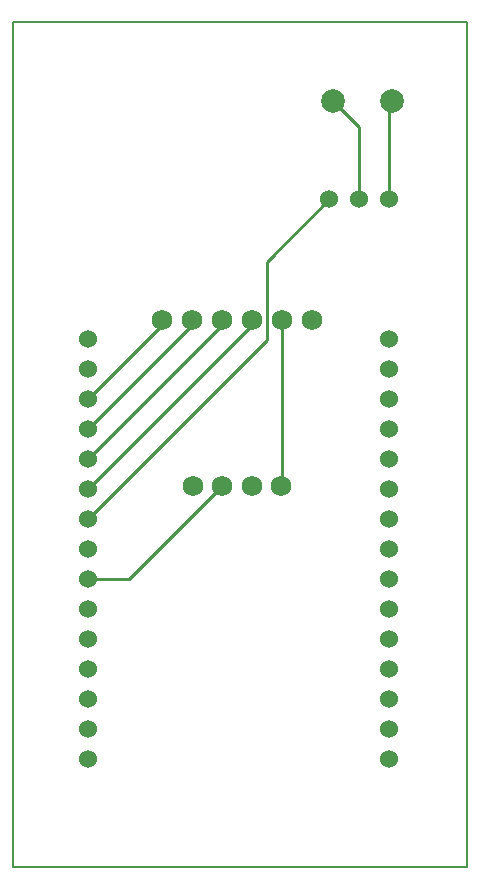
<source format=gbr>
%TF.GenerationSoftware,KiCad,Pcbnew,7.0.10*%
%TF.CreationDate,2024-02-06T12:45:22-08:00*%
%TF.ProjectId,Rocket_v1,526f636b-6574-45f7-9631-2e6b69636164,rev?*%
%TF.SameCoordinates,Original*%
%TF.FileFunction,Copper,L1,Top*%
%TF.FilePolarity,Positive*%
%FSLAX46Y46*%
G04 Gerber Fmt 4.6, Leading zero omitted, Abs format (unit mm)*
G04 Created by KiCad (PCBNEW 7.0.10) date 2024-02-06 12:45:22*
%MOMM*%
%LPD*%
G01*
G04 APERTURE LIST*
%TA.AperFunction,NonConductor*%
%ADD10C,0.200000*%
%TD*%
%TA.AperFunction,ComponentPad*%
%ADD11C,2.000000*%
%TD*%
%TA.AperFunction,ComponentPad*%
%ADD12C,1.524000*%
%TD*%
%TA.AperFunction,ComponentPad*%
%ADD13C,1.750000*%
%TD*%
%TA.AperFunction,Conductor*%
%ADD14C,0.250000*%
%TD*%
G04 APERTURE END LIST*
D10*
X46850000Y-31590000D02*
X85320000Y-31590000D01*
X85320000Y-103070000D01*
X46850000Y-103070000D01*
X46850000Y-31590000D01*
D11*
%TO.P,Screw1,1,Pos*%
%TO.N,Net-(Mosfet1-Drain)*%
X73970000Y-38235000D03*
%TO.P,Screw1,2,Neg*%
%TO.N,Net-(Mosfet1-Source)*%
X78970000Y-38235000D03*
%TD*%
D12*
%TO.P,Mosfet1,3,Source*%
%TO.N,Net-(Mosfet1-Source)*%
X78700000Y-46580000D03*
%TO.P,Mosfet1,2,Drain*%
%TO.N,Net-(Mosfet1-Drain)*%
X76160000Y-46580000D03*
%TO.P,Mosfet1,1,Gate(Control)*%
%TO.N,Net-(ESP1-26)*%
X73620000Y-46580000D03*
%TD*%
D13*
%TO.P,HX1,5,GND*%
%TO.N,Net-(HX1-GND)*%
X62110000Y-70840000D03*
%TO.P,HX1,6,DT*%
%TO.N,Net-(ESP1-33)*%
X64610000Y-70840000D03*
%TO.P,HX1,7,SCK*%
%TO.N,Net-(ESP1-32)*%
X67110000Y-70840000D03*
%TO.P,HX1,8,VCC*%
%TO.N,Net-(ESP1-VIN)*%
X69610000Y-70840000D03*
%TD*%
%TO.P,Sdcard1,1,CS*%
%TO.N,Net-(ESP1-13)*%
X59470000Y-56770000D03*
%TO.P,Sdcard1,2,SCK*%
%TO.N,Net-(ESP1-12)*%
X62010000Y-56770000D03*
%TO.P,Sdcard1,3,MOSI*%
%TO.N,Net-(ESP1-14)*%
X64550000Y-56770000D03*
%TO.P,Sdcard1,4,MISO*%
%TO.N,Net-(ESP1-27)*%
X67090000Y-56770000D03*
%TO.P,Sdcard1,5,VSS*%
%TO.N,Net-(ESP1-VIN)*%
X69630000Y-56770000D03*
%TO.P,Sdcard1,6,GND*%
%TO.N,Net-(HX1-GND)*%
X72170000Y-56770000D03*
%TD*%
D12*
%TO.P,ESP1,29,23*%
%TO.N,unconnected-(ESP1-23-Pad29)*%
X78740000Y-93959644D03*
%TO.P,ESP1,28,22*%
%TO.N,unconnected-(ESP1-22-Pad28)*%
X78740000Y-91421098D03*
%TO.P,ESP1,27,TX0*%
%TO.N,unconnected-(ESP1-TX0-Pad27)*%
X78740000Y-88882552D03*
%TO.P,ESP1,26,RX0*%
%TO.N,unconnected-(ESP1-RX0-Pad26)*%
X78740000Y-86344006D03*
%TO.P,ESP1,25,21*%
%TO.N,unconnected-(ESP1-21-Pad25)*%
X78740000Y-83805460D03*
%TO.P,ESP1,24,19*%
%TO.N,unconnected-(ESP1-19-Pad24)*%
X78740000Y-81266914D03*
%TO.P,ESP1,23,18*%
%TO.N,unconnected-(ESP1-18-Pad23)*%
X78740000Y-78728368D03*
%TO.P,ESP1,22,5*%
%TO.N,unconnected-(ESP1-5-Pad22)*%
X78740000Y-76189822D03*
%TO.P,ESP1,21,TX2*%
%TO.N,unconnected-(ESP1-TX2-Pad21)*%
X78740000Y-73651276D03*
%TO.P,ESP1,20,RX2*%
%TO.N,unconnected-(ESP1-RX2-Pad20)*%
X78740000Y-71112730D03*
%TO.P,ESP1,19,4*%
%TO.N,unconnected-(ESP1-4-Pad19)*%
X78740000Y-68574184D03*
%TO.P,ESP1,18,2*%
%TO.N,unconnected-(ESP1-2-Pad18)*%
X78740000Y-66035638D03*
%TO.P,ESP1,17,15*%
%TO.N,unconnected-(ESP1-15-Pad17)*%
X78740000Y-63497092D03*
%TO.P,ESP1,16,GND*%
%TO.N,unconnected-(ESP1-GND-Pad16)*%
X78740000Y-60958546D03*
%TO.P,ESP1,15,3V3*%
%TO.N,unconnected-(ESP1-3V3-Pad15)*%
X78740000Y-58420000D03*
%TO.P,ESP1,14,EN*%
%TO.N,unconnected-(ESP1-EN-Pad14)*%
X53210000Y-93959644D03*
%TO.P,ESP1,13,VP*%
%TO.N,unconnected-(ESP1-VP-Pad13)*%
X53210000Y-91421098D03*
%TO.P,ESP1,12,VN*%
%TO.N,unconnected-(ESP1-VN-Pad12)*%
X53210000Y-88882552D03*
%TO.P,ESP1,11,34*%
%TO.N,unconnected-(ESP1-34-Pad11)*%
X53210000Y-86344006D03*
%TO.P,ESP1,10,35*%
%TO.N,unconnected-(ESP1-35-Pad10)*%
X53210000Y-83805460D03*
%TO.P,ESP1,9,32*%
%TO.N,Net-(ESP1-32)*%
X53210000Y-81266914D03*
%TO.P,ESP1,8,33*%
%TO.N,Net-(ESP1-33)*%
X53210000Y-78728368D03*
%TO.P,ESP1,7,25*%
%TO.N,unconnected-(ESP1-25-Pad7)*%
X53210000Y-76189822D03*
%TO.P,ESP1,6,26*%
%TO.N,Net-(ESP1-26)*%
X53210000Y-73651276D03*
%TO.P,ESP1,5,27*%
%TO.N,Net-(ESP1-27)*%
X53210000Y-71112730D03*
%TO.P,ESP1,4,14*%
%TO.N,Net-(ESP1-14)*%
X53210000Y-68574184D03*
%TO.P,ESP1,3,12*%
%TO.N,Net-(ESP1-12)*%
X53210000Y-66035638D03*
%TO.P,ESP1,2,13*%
%TO.N,Net-(ESP1-13)*%
X53210000Y-63497092D03*
%TO.P,ESP1,1,GND*%
%TO.N,Net-(HX1-GND)*%
X53210000Y-60958546D03*
%TO.P,ESP1,0,VIN*%
%TO.N,Net-(ESP1-VIN)*%
X53210000Y-58420000D03*
%TD*%
D14*
%TO.N,Net-(Mosfet1-Source)*%
X78700000Y-38505000D02*
X78970000Y-38235000D01*
X78700000Y-46580000D02*
X78700000Y-38505000D01*
%TO.N,Net-(Mosfet1-Drain)*%
X76160000Y-40425000D02*
X73970000Y-38235000D01*
X76160000Y-46580000D02*
X76160000Y-40425000D01*
%TO.N,Net-(ESP1-33)*%
X56721600Y-78728400D02*
X64610000Y-70840000D01*
X53210000Y-78728400D02*
X56721600Y-78728400D01*
%TO.N,Net-(ESP1-26)*%
X68360000Y-51840000D02*
X73620000Y-46580000D01*
X68360000Y-58501300D02*
X68360000Y-51840000D01*
X53210000Y-73651300D02*
X68360000Y-58501300D01*
%TO.N,Net-(ESP1-27)*%
X67090000Y-57232700D02*
X67090000Y-56770000D01*
X53210000Y-71112700D02*
X67090000Y-57232700D01*
%TO.N,Net-(ESP1-14)*%
X64550000Y-57234200D02*
X64550000Y-56770000D01*
X53210000Y-68574200D02*
X64550000Y-57234200D01*
%TO.N,Net-(ESP1-12)*%
X62010000Y-57235600D02*
X62010000Y-56770000D01*
X53210000Y-66035600D02*
X62010000Y-57235600D01*
%TO.N,Net-(ESP1-13)*%
X59470000Y-57237100D02*
X59470000Y-56770000D01*
X53210000Y-63497100D02*
X59470000Y-57237100D01*
%TO.N,Net-(ESP1-VIN)*%
X69630000Y-70820000D02*
X69610000Y-70840000D01*
X69630000Y-56770000D02*
X69630000Y-70820000D01*
%TD*%
M02*

</source>
